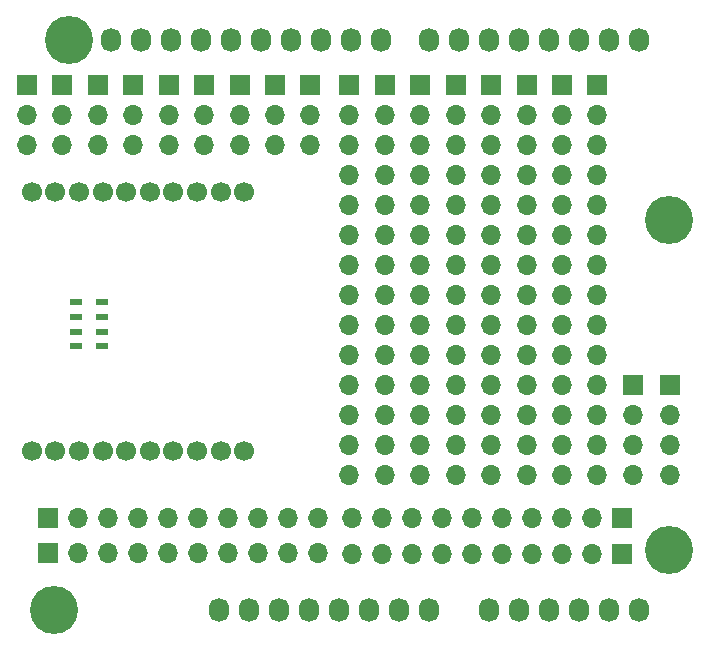
<source format=gbr>
G04 #@! TF.GenerationSoftware,KiCad,Pcbnew,5.1.1*
G04 #@! TF.CreationDate,2019-06-18T22:22:24-05:00*
G04 #@! TF.ProjectId,arduino_shield,61726475-696e-46f5-9f73-6869656c642e,rev?*
G04 #@! TF.SameCoordinates,Original*
G04 #@! TF.FileFunction,Copper,L1,Top*
G04 #@! TF.FilePolarity,Positive*
%FSLAX46Y46*%
G04 Gerber Fmt 4.6, Leading zero omitted, Abs format (unit mm)*
G04 Created by KiCad (PCBNEW 5.1.1) date 2019-06-18 22:22:24*
%MOMM*%
%LPD*%
G04 APERTURE LIST*
%ADD10R,1.700000X1.700000*%
%ADD11O,1.700000X1.700000*%
%ADD12R,1.100000X0.600000*%
%ADD13C,1.700000*%
%ADD14O,1.727200X2.032000*%
%ADD15C,4.064000*%
G04 APERTURE END LIST*
D10*
X177165000Y-104775000D03*
D11*
X177165000Y-107315000D03*
X177165000Y-109855000D03*
X177165000Y-112395000D03*
X173990000Y-112395000D03*
X173990000Y-109855000D03*
X173990000Y-107315000D03*
D10*
X173990000Y-104775000D03*
X173101000Y-116078000D03*
D11*
X170561000Y-116078000D03*
X168021000Y-116078000D03*
X165481000Y-116078000D03*
X162941000Y-116078000D03*
X160401000Y-116078000D03*
X157861000Y-116078000D03*
X155321000Y-116078000D03*
X152781000Y-116078000D03*
X150241000Y-116078000D03*
X150241000Y-119126000D03*
X152781000Y-119126000D03*
X155321000Y-119126000D03*
X157861000Y-119126000D03*
X160401000Y-119126000D03*
X162941000Y-119126000D03*
X165481000Y-119126000D03*
X168021000Y-119126000D03*
X170561000Y-119126000D03*
D10*
X173101000Y-119126000D03*
X124460000Y-119078000D03*
D11*
X127000000Y-119078000D03*
X129540000Y-119078000D03*
X132080000Y-119078000D03*
X134620000Y-119078000D03*
X137160000Y-119078000D03*
X139700000Y-119078000D03*
X142240000Y-119078000D03*
X144780000Y-119078000D03*
X147320000Y-119078000D03*
X147320000Y-116078000D03*
X144780000Y-116078000D03*
X142240000Y-116078000D03*
X139700000Y-116078000D03*
X137160000Y-116078000D03*
X134620000Y-116078000D03*
X132080000Y-116078000D03*
X129540000Y-116078000D03*
X127000000Y-116078000D03*
D10*
X124460000Y-116078000D03*
X146682000Y-79375000D03*
D11*
X146682000Y-81915000D03*
X146682000Y-84455000D03*
D10*
X143682000Y-79375000D03*
D11*
X143682000Y-81915000D03*
X143682000Y-84455000D03*
D10*
X140682000Y-79375000D03*
D11*
X140682000Y-81915000D03*
X140682000Y-84455000D03*
D10*
X137682000Y-79375000D03*
D11*
X137682000Y-81915000D03*
X137682000Y-84455000D03*
D10*
X134682000Y-79375000D03*
D11*
X134682000Y-81915000D03*
X134682000Y-84455000D03*
D10*
X131682000Y-79375000D03*
D11*
X131682000Y-81915000D03*
X131682000Y-84455000D03*
D10*
X128682000Y-79375000D03*
D11*
X128682000Y-81915000D03*
X128682000Y-84455000D03*
D10*
X125682000Y-79375000D03*
D11*
X125682000Y-81915000D03*
X125682000Y-84455000D03*
D10*
X170987000Y-79375000D03*
D11*
X170987000Y-81915000D03*
X170987000Y-84455000D03*
X170987000Y-86995000D03*
X170987000Y-89535000D03*
X170987000Y-92075000D03*
X170987000Y-94615000D03*
X170987000Y-97155000D03*
X170987000Y-99695000D03*
X170987000Y-102235000D03*
X170987000Y-104775000D03*
X170987000Y-107315000D03*
X170987000Y-109855000D03*
X170987000Y-112395000D03*
D10*
X167987000Y-79375000D03*
D11*
X167987000Y-81915000D03*
X167987000Y-84455000D03*
X167987000Y-86995000D03*
X167987000Y-89535000D03*
X167987000Y-92075000D03*
X167987000Y-94615000D03*
X167987000Y-97155000D03*
X167987000Y-99695000D03*
X167987000Y-102235000D03*
X167987000Y-104775000D03*
X167987000Y-107315000D03*
X167987000Y-109855000D03*
X167987000Y-112395000D03*
D10*
X164987000Y-79375000D03*
D11*
X164987000Y-81915000D03*
X164987000Y-84455000D03*
X164987000Y-86995000D03*
X164987000Y-89535000D03*
X164987000Y-92075000D03*
X164987000Y-94615000D03*
X164987000Y-97155000D03*
X164987000Y-99695000D03*
X164987000Y-102235000D03*
X164987000Y-104775000D03*
X164987000Y-107315000D03*
X164987000Y-109855000D03*
X164987000Y-112395000D03*
D10*
X161987000Y-79375000D03*
D11*
X161987000Y-81915000D03*
X161987000Y-84455000D03*
X161987000Y-86995000D03*
X161987000Y-89535000D03*
X161987000Y-92075000D03*
X161987000Y-94615000D03*
X161987000Y-97155000D03*
X161987000Y-99695000D03*
X161987000Y-102235000D03*
X161987000Y-104775000D03*
X161987000Y-107315000D03*
X161987000Y-109855000D03*
X161987000Y-112395000D03*
D10*
X158987000Y-79375000D03*
D11*
X158987000Y-81915000D03*
X158987000Y-84455000D03*
X158987000Y-86995000D03*
X158987000Y-89535000D03*
X158987000Y-92075000D03*
X158987000Y-94615000D03*
X158987000Y-97155000D03*
X158987000Y-99695000D03*
X158987000Y-102235000D03*
X158987000Y-104775000D03*
X158987000Y-107315000D03*
X158987000Y-109855000D03*
X158987000Y-112395000D03*
D10*
X155987000Y-79375000D03*
D11*
X155987000Y-81915000D03*
X155987000Y-84455000D03*
X155987000Y-86995000D03*
X155987000Y-89535000D03*
X155987000Y-92075000D03*
X155987000Y-94615000D03*
X155987000Y-97155000D03*
X155987000Y-99695000D03*
X155987000Y-102235000D03*
X155987000Y-104775000D03*
X155987000Y-107315000D03*
X155987000Y-109855000D03*
X155987000Y-112395000D03*
D10*
X152987000Y-79375000D03*
D11*
X152987000Y-81915000D03*
X152987000Y-84455000D03*
X152987000Y-86995000D03*
X152987000Y-89535000D03*
X152987000Y-92075000D03*
X152987000Y-94615000D03*
X152987000Y-97155000D03*
X152987000Y-99695000D03*
X152987000Y-102235000D03*
X152987000Y-104775000D03*
X152987000Y-107315000D03*
X152987000Y-109855000D03*
X152987000Y-112395000D03*
X149987000Y-112395000D03*
X149987000Y-109855000D03*
X149987000Y-107315000D03*
X149987000Y-104775000D03*
X149987000Y-102235000D03*
X149987000Y-99695000D03*
X149987000Y-97155000D03*
X149987000Y-94615000D03*
X149987000Y-92075000D03*
X149987000Y-89535000D03*
X149987000Y-86995000D03*
X149987000Y-84455000D03*
X149987000Y-81915000D03*
D10*
X149987000Y-79375000D03*
D12*
X129032000Y-97790000D03*
X129032000Y-99040000D03*
X129032000Y-100290000D03*
X129032000Y-101540000D03*
X126832000Y-101540000D03*
X126832000Y-100290000D03*
X126832000Y-99040000D03*
X126832000Y-97790000D03*
D11*
X122682000Y-84455000D03*
X122682000Y-81915000D03*
D10*
X122682000Y-79375000D03*
D13*
X123080000Y-88441000D03*
X125080000Y-88441000D03*
X127080000Y-88441000D03*
X129080000Y-88441000D03*
X131080000Y-88441000D03*
X133080000Y-88441000D03*
X135080000Y-88441000D03*
X137080000Y-88441000D03*
X139080000Y-88441000D03*
X141080000Y-88441000D03*
X141080000Y-110441000D03*
X139080000Y-110441000D03*
X137080000Y-110441000D03*
X135080000Y-110441000D03*
X133080000Y-110441000D03*
X131080000Y-110441000D03*
X129080000Y-110441000D03*
X127080000Y-110441000D03*
X125080000Y-110441000D03*
X123080000Y-110441000D03*
D14*
X138938000Y-123825000D03*
X141478000Y-123825000D03*
X144018000Y-123825000D03*
X146558000Y-123825000D03*
X149098000Y-123825000D03*
X151638000Y-123825000D03*
X154178000Y-123825000D03*
X156718000Y-123825000D03*
X161798000Y-123825000D03*
X164338000Y-123825000D03*
X166878000Y-123825000D03*
X169418000Y-123825000D03*
X171958000Y-123825000D03*
X174498000Y-123825000D03*
X129794000Y-75565000D03*
X132334000Y-75565000D03*
X134874000Y-75565000D03*
X137414000Y-75565000D03*
X139954000Y-75565000D03*
X142494000Y-75565000D03*
X145034000Y-75565000D03*
X147574000Y-75565000D03*
X150114000Y-75565000D03*
X152654000Y-75565000D03*
X156718000Y-75565000D03*
X159258000Y-75565000D03*
X161798000Y-75565000D03*
X164338000Y-75565000D03*
X166878000Y-75565000D03*
X169418000Y-75565000D03*
X171958000Y-75565000D03*
X174498000Y-75565000D03*
D15*
X124968000Y-123825000D03*
X177038000Y-118745000D03*
X126238000Y-75565000D03*
X177038000Y-90805000D03*
M02*

</source>
